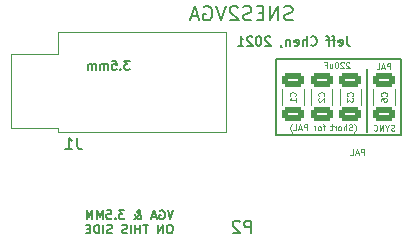
<source format=gbo>
G04 #@! TF.GenerationSoftware,KiCad,Pcbnew,9.0.0*
G04 #@! TF.CreationDate,2025-03-27T12:33:45-07:00*
G04 #@! TF.ProjectId,SNES2VGA,534e4553-3256-4474-912e-6b696361645f,1*
G04 #@! TF.SameCoordinates,Original*
G04 #@! TF.FileFunction,Legend,Bot*
G04 #@! TF.FilePolarity,Positive*
%FSLAX46Y46*%
G04 Gerber Fmt 4.6, Leading zero omitted, Abs format (unit mm)*
G04 Created by KiCad (PCBNEW 9.0.0) date 2025-03-27 12:33:45*
%MOMM*%
%LPD*%
G01*
G04 APERTURE LIST*
G04 Aperture macros list*
%AMRoundRect*
0 Rectangle with rounded corners*
0 $1 Rounding radius*
0 $2 $3 $4 $5 $6 $7 $8 $9 X,Y pos of 4 corners*
0 Add a 4 corners polygon primitive as box body*
4,1,4,$2,$3,$4,$5,$6,$7,$8,$9,$2,$3,0*
0 Add four circle primitives for the rounded corners*
1,1,$1+$1,$2,$3*
1,1,$1+$1,$4,$5*
1,1,$1+$1,$6,$7*
1,1,$1+$1,$8,$9*
0 Add four rect primitives between the rounded corners*
20,1,$1+$1,$2,$3,$4,$5,0*
20,1,$1+$1,$4,$5,$6,$7,0*
20,1,$1+$1,$6,$7,$8,$9,0*
20,1,$1+$1,$8,$9,$2,$3,0*%
G04 Aperture macros list end*
%ADD10C,0.127000*%
%ADD11C,0.200000*%
%ADD12C,0.100000*%
%ADD13C,0.150000*%
%ADD14C,0.120000*%
%ADD15RoundRect,0.475000X-0.475000X-1.125000X0.475000X-1.125000X0.475000X1.125000X-0.475000X1.125000X0*%
%ADD16RoundRect,0.250000X-0.650000X0.325000X-0.650000X-0.325000X0.650000X-0.325000X0.650000X0.325000X0*%
%ADD17R,1.700000X1.700000*%
%ADD18C,1.700000*%
%ADD19C,4.066000*%
%ADD20O,1.800000X2.800000*%
G04 APERTURE END LIST*
D10*
X143690000Y-96730000D02*
X143690000Y-103150000D01*
X154310000Y-96730000D02*
X143690000Y-96730000D01*
X154310000Y-103150000D02*
X154310000Y-96730000D01*
X143690000Y-103150000D02*
X154310000Y-103150000D01*
X151440000Y-97530000D02*
X151440000Y-102870000D01*
D11*
X145105713Y-93397600D02*
X144934285Y-93454742D01*
X144934285Y-93454742D02*
X144648570Y-93454742D01*
X144648570Y-93454742D02*
X144534285Y-93397600D01*
X144534285Y-93397600D02*
X144477142Y-93340457D01*
X144477142Y-93340457D02*
X144419999Y-93226171D01*
X144419999Y-93226171D02*
X144419999Y-93111885D01*
X144419999Y-93111885D02*
X144477142Y-92997600D01*
X144477142Y-92997600D02*
X144534285Y-92940457D01*
X144534285Y-92940457D02*
X144648570Y-92883314D01*
X144648570Y-92883314D02*
X144877142Y-92826171D01*
X144877142Y-92826171D02*
X144991427Y-92769028D01*
X144991427Y-92769028D02*
X145048570Y-92711885D01*
X145048570Y-92711885D02*
X145105713Y-92597600D01*
X145105713Y-92597600D02*
X145105713Y-92483314D01*
X145105713Y-92483314D02*
X145048570Y-92369028D01*
X145048570Y-92369028D02*
X144991427Y-92311885D01*
X144991427Y-92311885D02*
X144877142Y-92254742D01*
X144877142Y-92254742D02*
X144591427Y-92254742D01*
X144591427Y-92254742D02*
X144419999Y-92311885D01*
X143905713Y-93454742D02*
X143905713Y-92254742D01*
X143905713Y-92254742D02*
X143219999Y-93454742D01*
X143219999Y-93454742D02*
X143219999Y-92254742D01*
X142648570Y-92826171D02*
X142248570Y-92826171D01*
X142077142Y-93454742D02*
X142648570Y-93454742D01*
X142648570Y-93454742D02*
X142648570Y-92254742D01*
X142648570Y-92254742D02*
X142077142Y-92254742D01*
X141619999Y-93397600D02*
X141448571Y-93454742D01*
X141448571Y-93454742D02*
X141162856Y-93454742D01*
X141162856Y-93454742D02*
X141048571Y-93397600D01*
X141048571Y-93397600D02*
X140991428Y-93340457D01*
X140991428Y-93340457D02*
X140934285Y-93226171D01*
X140934285Y-93226171D02*
X140934285Y-93111885D01*
X140934285Y-93111885D02*
X140991428Y-92997600D01*
X140991428Y-92997600D02*
X141048571Y-92940457D01*
X141048571Y-92940457D02*
X141162856Y-92883314D01*
X141162856Y-92883314D02*
X141391428Y-92826171D01*
X141391428Y-92826171D02*
X141505713Y-92769028D01*
X141505713Y-92769028D02*
X141562856Y-92711885D01*
X141562856Y-92711885D02*
X141619999Y-92597600D01*
X141619999Y-92597600D02*
X141619999Y-92483314D01*
X141619999Y-92483314D02*
X141562856Y-92369028D01*
X141562856Y-92369028D02*
X141505713Y-92311885D01*
X141505713Y-92311885D02*
X141391428Y-92254742D01*
X141391428Y-92254742D02*
X141105713Y-92254742D01*
X141105713Y-92254742D02*
X140934285Y-92311885D01*
X140477142Y-92369028D02*
X140419999Y-92311885D01*
X140419999Y-92311885D02*
X140305714Y-92254742D01*
X140305714Y-92254742D02*
X140019999Y-92254742D01*
X140019999Y-92254742D02*
X139905714Y-92311885D01*
X139905714Y-92311885D02*
X139848571Y-92369028D01*
X139848571Y-92369028D02*
X139791428Y-92483314D01*
X139791428Y-92483314D02*
X139791428Y-92597600D01*
X139791428Y-92597600D02*
X139848571Y-92769028D01*
X139848571Y-92769028D02*
X140534285Y-93454742D01*
X140534285Y-93454742D02*
X139791428Y-93454742D01*
X139448571Y-92254742D02*
X139048571Y-93454742D01*
X139048571Y-93454742D02*
X138648571Y-92254742D01*
X137620000Y-92311885D02*
X137734286Y-92254742D01*
X137734286Y-92254742D02*
X137905714Y-92254742D01*
X137905714Y-92254742D02*
X138077143Y-92311885D01*
X138077143Y-92311885D02*
X138191428Y-92426171D01*
X138191428Y-92426171D02*
X138248571Y-92540457D01*
X138248571Y-92540457D02*
X138305714Y-92769028D01*
X138305714Y-92769028D02*
X138305714Y-92940457D01*
X138305714Y-92940457D02*
X138248571Y-93169028D01*
X138248571Y-93169028D02*
X138191428Y-93283314D01*
X138191428Y-93283314D02*
X138077143Y-93397600D01*
X138077143Y-93397600D02*
X137905714Y-93454742D01*
X137905714Y-93454742D02*
X137791428Y-93454742D01*
X137791428Y-93454742D02*
X137620000Y-93397600D01*
X137620000Y-93397600D02*
X137562857Y-93340457D01*
X137562857Y-93340457D02*
X137562857Y-92940457D01*
X137562857Y-92940457D02*
X137791428Y-92940457D01*
X137105714Y-93111885D02*
X136534286Y-93111885D01*
X137220000Y-93454742D02*
X136820000Y-92254742D01*
X136820000Y-92254742D02*
X136420000Y-93454742D01*
D12*
X151177618Y-104816109D02*
X151177618Y-104316109D01*
X151177618Y-104316109D02*
X150987142Y-104316109D01*
X150987142Y-104316109D02*
X150939523Y-104339919D01*
X150939523Y-104339919D02*
X150915713Y-104363728D01*
X150915713Y-104363728D02*
X150891904Y-104411347D01*
X150891904Y-104411347D02*
X150891904Y-104482776D01*
X150891904Y-104482776D02*
X150915713Y-104530395D01*
X150915713Y-104530395D02*
X150939523Y-104554204D01*
X150939523Y-104554204D02*
X150987142Y-104578014D01*
X150987142Y-104578014D02*
X151177618Y-104578014D01*
X150701427Y-104673252D02*
X150463332Y-104673252D01*
X150749046Y-104816109D02*
X150582380Y-104316109D01*
X150582380Y-104316109D02*
X150415713Y-104816109D01*
X150010952Y-104816109D02*
X150249047Y-104816109D01*
X150249047Y-104816109D02*
X150249047Y-104316109D01*
X149929522Y-97033728D02*
X149905713Y-97009919D01*
X149905713Y-97009919D02*
X149858094Y-96986109D01*
X149858094Y-96986109D02*
X149739046Y-96986109D01*
X149739046Y-96986109D02*
X149691427Y-97009919D01*
X149691427Y-97009919D02*
X149667618Y-97033728D01*
X149667618Y-97033728D02*
X149643808Y-97081347D01*
X149643808Y-97081347D02*
X149643808Y-97128966D01*
X149643808Y-97128966D02*
X149667618Y-97200395D01*
X149667618Y-97200395D02*
X149953332Y-97486109D01*
X149953332Y-97486109D02*
X149643808Y-97486109D01*
X149453332Y-97033728D02*
X149429523Y-97009919D01*
X149429523Y-97009919D02*
X149381904Y-96986109D01*
X149381904Y-96986109D02*
X149262856Y-96986109D01*
X149262856Y-96986109D02*
X149215237Y-97009919D01*
X149215237Y-97009919D02*
X149191428Y-97033728D01*
X149191428Y-97033728D02*
X149167618Y-97081347D01*
X149167618Y-97081347D02*
X149167618Y-97128966D01*
X149167618Y-97128966D02*
X149191428Y-97200395D01*
X149191428Y-97200395D02*
X149477142Y-97486109D01*
X149477142Y-97486109D02*
X149167618Y-97486109D01*
X148858095Y-96986109D02*
X148810476Y-96986109D01*
X148810476Y-96986109D02*
X148762857Y-97009919D01*
X148762857Y-97009919D02*
X148739047Y-97033728D01*
X148739047Y-97033728D02*
X148715238Y-97081347D01*
X148715238Y-97081347D02*
X148691428Y-97176585D01*
X148691428Y-97176585D02*
X148691428Y-97295633D01*
X148691428Y-97295633D02*
X148715238Y-97390871D01*
X148715238Y-97390871D02*
X148739047Y-97438490D01*
X148739047Y-97438490D02*
X148762857Y-97462300D01*
X148762857Y-97462300D02*
X148810476Y-97486109D01*
X148810476Y-97486109D02*
X148858095Y-97486109D01*
X148858095Y-97486109D02*
X148905714Y-97462300D01*
X148905714Y-97462300D02*
X148929523Y-97438490D01*
X148929523Y-97438490D02*
X148953333Y-97390871D01*
X148953333Y-97390871D02*
X148977142Y-97295633D01*
X148977142Y-97295633D02*
X148977142Y-97176585D01*
X148977142Y-97176585D02*
X148953333Y-97081347D01*
X148953333Y-97081347D02*
X148929523Y-97033728D01*
X148929523Y-97033728D02*
X148905714Y-97009919D01*
X148905714Y-97009919D02*
X148858095Y-96986109D01*
X148262857Y-97152776D02*
X148262857Y-97486109D01*
X148477143Y-97152776D02*
X148477143Y-97414680D01*
X148477143Y-97414680D02*
X148453333Y-97462300D01*
X148453333Y-97462300D02*
X148405714Y-97486109D01*
X148405714Y-97486109D02*
X148334286Y-97486109D01*
X148334286Y-97486109D02*
X148286667Y-97462300D01*
X148286667Y-97462300D02*
X148262857Y-97438490D01*
X147858095Y-97224204D02*
X148024762Y-97224204D01*
X148024762Y-97486109D02*
X148024762Y-96986109D01*
X148024762Y-96986109D02*
X147786667Y-96986109D01*
D10*
X149696191Y-94803491D02*
X149696191Y-95374919D01*
X149696191Y-95374919D02*
X149734286Y-95489205D01*
X149734286Y-95489205D02*
X149810477Y-95565396D01*
X149810477Y-95565396D02*
X149924762Y-95603491D01*
X149924762Y-95603491D02*
X150000953Y-95603491D01*
X149010476Y-95565396D02*
X149086667Y-95603491D01*
X149086667Y-95603491D02*
X149239048Y-95603491D01*
X149239048Y-95603491D02*
X149315238Y-95565396D01*
X149315238Y-95565396D02*
X149353334Y-95489205D01*
X149353334Y-95489205D02*
X149353334Y-95184443D01*
X149353334Y-95184443D02*
X149315238Y-95108253D01*
X149315238Y-95108253D02*
X149239048Y-95070157D01*
X149239048Y-95070157D02*
X149086667Y-95070157D01*
X149086667Y-95070157D02*
X149010476Y-95108253D01*
X149010476Y-95108253D02*
X148972381Y-95184443D01*
X148972381Y-95184443D02*
X148972381Y-95260634D01*
X148972381Y-95260634D02*
X149353334Y-95336824D01*
X148743810Y-95070157D02*
X148439048Y-95070157D01*
X148629524Y-95603491D02*
X148629524Y-94917776D01*
X148629524Y-94917776D02*
X148591429Y-94841586D01*
X148591429Y-94841586D02*
X148515239Y-94803491D01*
X148515239Y-94803491D02*
X148439048Y-94803491D01*
X148286667Y-95070157D02*
X147981905Y-95070157D01*
X148172381Y-95603491D02*
X148172381Y-94917776D01*
X148172381Y-94917776D02*
X148134286Y-94841586D01*
X148134286Y-94841586D02*
X148058096Y-94803491D01*
X148058096Y-94803491D02*
X147981905Y-94803491D01*
X146648571Y-95527300D02*
X146686667Y-95565396D01*
X146686667Y-95565396D02*
X146800952Y-95603491D01*
X146800952Y-95603491D02*
X146877143Y-95603491D01*
X146877143Y-95603491D02*
X146991429Y-95565396D01*
X146991429Y-95565396D02*
X147067619Y-95489205D01*
X147067619Y-95489205D02*
X147105714Y-95413015D01*
X147105714Y-95413015D02*
X147143810Y-95260634D01*
X147143810Y-95260634D02*
X147143810Y-95146348D01*
X147143810Y-95146348D02*
X147105714Y-94993967D01*
X147105714Y-94993967D02*
X147067619Y-94917776D01*
X147067619Y-94917776D02*
X146991429Y-94841586D01*
X146991429Y-94841586D02*
X146877143Y-94803491D01*
X146877143Y-94803491D02*
X146800952Y-94803491D01*
X146800952Y-94803491D02*
X146686667Y-94841586D01*
X146686667Y-94841586D02*
X146648571Y-94879681D01*
X146305714Y-95603491D02*
X146305714Y-94803491D01*
X145962857Y-95603491D02*
X145962857Y-95184443D01*
X145962857Y-95184443D02*
X146000952Y-95108253D01*
X146000952Y-95108253D02*
X146077143Y-95070157D01*
X146077143Y-95070157D02*
X146191429Y-95070157D01*
X146191429Y-95070157D02*
X146267619Y-95108253D01*
X146267619Y-95108253D02*
X146305714Y-95146348D01*
X145277142Y-95565396D02*
X145353333Y-95603491D01*
X145353333Y-95603491D02*
X145505714Y-95603491D01*
X145505714Y-95603491D02*
X145581904Y-95565396D01*
X145581904Y-95565396D02*
X145620000Y-95489205D01*
X145620000Y-95489205D02*
X145620000Y-95184443D01*
X145620000Y-95184443D02*
X145581904Y-95108253D01*
X145581904Y-95108253D02*
X145505714Y-95070157D01*
X145505714Y-95070157D02*
X145353333Y-95070157D01*
X145353333Y-95070157D02*
X145277142Y-95108253D01*
X145277142Y-95108253D02*
X145239047Y-95184443D01*
X145239047Y-95184443D02*
X145239047Y-95260634D01*
X145239047Y-95260634D02*
X145620000Y-95336824D01*
X144896190Y-95070157D02*
X144896190Y-95603491D01*
X144896190Y-95146348D02*
X144858095Y-95108253D01*
X144858095Y-95108253D02*
X144781905Y-95070157D01*
X144781905Y-95070157D02*
X144667619Y-95070157D01*
X144667619Y-95070157D02*
X144591428Y-95108253D01*
X144591428Y-95108253D02*
X144553333Y-95184443D01*
X144553333Y-95184443D02*
X144553333Y-95603491D01*
X144134285Y-95565396D02*
X144134285Y-95603491D01*
X144134285Y-95603491D02*
X144172380Y-95679681D01*
X144172380Y-95679681D02*
X144210476Y-95717776D01*
X143220000Y-94879681D02*
X143181904Y-94841586D01*
X143181904Y-94841586D02*
X143105714Y-94803491D01*
X143105714Y-94803491D02*
X142915238Y-94803491D01*
X142915238Y-94803491D02*
X142839047Y-94841586D01*
X142839047Y-94841586D02*
X142800952Y-94879681D01*
X142800952Y-94879681D02*
X142762857Y-94955872D01*
X142762857Y-94955872D02*
X142762857Y-95032062D01*
X142762857Y-95032062D02*
X142800952Y-95146348D01*
X142800952Y-95146348D02*
X143258095Y-95603491D01*
X143258095Y-95603491D02*
X142762857Y-95603491D01*
X142267618Y-94803491D02*
X142191428Y-94803491D01*
X142191428Y-94803491D02*
X142115237Y-94841586D01*
X142115237Y-94841586D02*
X142077142Y-94879681D01*
X142077142Y-94879681D02*
X142039047Y-94955872D01*
X142039047Y-94955872D02*
X142000952Y-95108253D01*
X142000952Y-95108253D02*
X142000952Y-95298729D01*
X142000952Y-95298729D02*
X142039047Y-95451110D01*
X142039047Y-95451110D02*
X142077142Y-95527300D01*
X142077142Y-95527300D02*
X142115237Y-95565396D01*
X142115237Y-95565396D02*
X142191428Y-95603491D01*
X142191428Y-95603491D02*
X142267618Y-95603491D01*
X142267618Y-95603491D02*
X142343809Y-95565396D01*
X142343809Y-95565396D02*
X142381904Y-95527300D01*
X142381904Y-95527300D02*
X142419999Y-95451110D01*
X142419999Y-95451110D02*
X142458095Y-95298729D01*
X142458095Y-95298729D02*
X142458095Y-95108253D01*
X142458095Y-95108253D02*
X142419999Y-94955872D01*
X142419999Y-94955872D02*
X142381904Y-94879681D01*
X142381904Y-94879681D02*
X142343809Y-94841586D01*
X142343809Y-94841586D02*
X142267618Y-94803491D01*
X141696190Y-94879681D02*
X141658094Y-94841586D01*
X141658094Y-94841586D02*
X141581904Y-94803491D01*
X141581904Y-94803491D02*
X141391428Y-94803491D01*
X141391428Y-94803491D02*
X141315237Y-94841586D01*
X141315237Y-94841586D02*
X141277142Y-94879681D01*
X141277142Y-94879681D02*
X141239047Y-94955872D01*
X141239047Y-94955872D02*
X141239047Y-95032062D01*
X141239047Y-95032062D02*
X141277142Y-95146348D01*
X141277142Y-95146348D02*
X141734285Y-95603491D01*
X141734285Y-95603491D02*
X141239047Y-95603491D01*
X140477142Y-95603491D02*
X140934285Y-95603491D01*
X140705713Y-95603491D02*
X140705713Y-94803491D01*
X140705713Y-94803491D02*
X140781904Y-94917776D01*
X140781904Y-94917776D02*
X140858094Y-94993967D01*
X140858094Y-94993967D02*
X140934285Y-95032062D01*
D13*
X131325714Y-96871164D02*
X130861428Y-96871164D01*
X130861428Y-96871164D02*
X131111428Y-97156878D01*
X131111428Y-97156878D02*
X131004285Y-97156878D01*
X131004285Y-97156878D02*
X130932857Y-97192592D01*
X130932857Y-97192592D02*
X130897142Y-97228307D01*
X130897142Y-97228307D02*
X130861428Y-97299735D01*
X130861428Y-97299735D02*
X130861428Y-97478307D01*
X130861428Y-97478307D02*
X130897142Y-97549735D01*
X130897142Y-97549735D02*
X130932857Y-97585450D01*
X130932857Y-97585450D02*
X131004285Y-97621164D01*
X131004285Y-97621164D02*
X131218571Y-97621164D01*
X131218571Y-97621164D02*
X131289999Y-97585450D01*
X131289999Y-97585450D02*
X131325714Y-97549735D01*
X130539999Y-97549735D02*
X130504285Y-97585450D01*
X130504285Y-97585450D02*
X130539999Y-97621164D01*
X130539999Y-97621164D02*
X130575713Y-97585450D01*
X130575713Y-97585450D02*
X130539999Y-97549735D01*
X130539999Y-97549735D02*
X130539999Y-97621164D01*
X129825713Y-96871164D02*
X130182856Y-96871164D01*
X130182856Y-96871164D02*
X130218570Y-97228307D01*
X130218570Y-97228307D02*
X130182856Y-97192592D01*
X130182856Y-97192592D02*
X130111428Y-97156878D01*
X130111428Y-97156878D02*
X129932856Y-97156878D01*
X129932856Y-97156878D02*
X129861428Y-97192592D01*
X129861428Y-97192592D02*
X129825713Y-97228307D01*
X129825713Y-97228307D02*
X129789999Y-97299735D01*
X129789999Y-97299735D02*
X129789999Y-97478307D01*
X129789999Y-97478307D02*
X129825713Y-97549735D01*
X129825713Y-97549735D02*
X129861428Y-97585450D01*
X129861428Y-97585450D02*
X129932856Y-97621164D01*
X129932856Y-97621164D02*
X130111428Y-97621164D01*
X130111428Y-97621164D02*
X130182856Y-97585450D01*
X130182856Y-97585450D02*
X130218570Y-97549735D01*
X129468570Y-97621164D02*
X129468570Y-97121164D01*
X129468570Y-97192592D02*
X129432856Y-97156878D01*
X129432856Y-97156878D02*
X129361427Y-97121164D01*
X129361427Y-97121164D02*
X129254284Y-97121164D01*
X129254284Y-97121164D02*
X129182856Y-97156878D01*
X129182856Y-97156878D02*
X129147142Y-97228307D01*
X129147142Y-97228307D02*
X129147142Y-97621164D01*
X129147142Y-97228307D02*
X129111427Y-97156878D01*
X129111427Y-97156878D02*
X129039999Y-97121164D01*
X129039999Y-97121164D02*
X128932856Y-97121164D01*
X128932856Y-97121164D02*
X128861427Y-97156878D01*
X128861427Y-97156878D02*
X128825713Y-97228307D01*
X128825713Y-97228307D02*
X128825713Y-97621164D01*
X128468570Y-97621164D02*
X128468570Y-97121164D01*
X128468570Y-97192592D02*
X128432856Y-97156878D01*
X128432856Y-97156878D02*
X128361427Y-97121164D01*
X128361427Y-97121164D02*
X128254284Y-97121164D01*
X128254284Y-97121164D02*
X128182856Y-97156878D01*
X128182856Y-97156878D02*
X128147142Y-97228307D01*
X128147142Y-97228307D02*
X128147142Y-97621164D01*
X128147142Y-97228307D02*
X128111427Y-97156878D01*
X128111427Y-97156878D02*
X128039999Y-97121164D01*
X128039999Y-97121164D02*
X127932856Y-97121164D01*
X127932856Y-97121164D02*
X127861427Y-97156878D01*
X127861427Y-97156878D02*
X127825713Y-97228307D01*
X127825713Y-97228307D02*
X127825713Y-97621164D01*
D12*
X150320951Y-102946585D02*
X150344760Y-102922776D01*
X150344760Y-102922776D02*
X150392379Y-102851347D01*
X150392379Y-102851347D02*
X150416189Y-102803728D01*
X150416189Y-102803728D02*
X150439998Y-102732300D01*
X150439998Y-102732300D02*
X150463808Y-102613252D01*
X150463808Y-102613252D02*
X150463808Y-102518014D01*
X150463808Y-102518014D02*
X150439998Y-102398966D01*
X150439998Y-102398966D02*
X150416189Y-102327538D01*
X150416189Y-102327538D02*
X150392379Y-102279919D01*
X150392379Y-102279919D02*
X150344760Y-102208490D01*
X150344760Y-102208490D02*
X150320951Y-102184680D01*
X150154284Y-102732300D02*
X150082856Y-102756109D01*
X150082856Y-102756109D02*
X149963808Y-102756109D01*
X149963808Y-102756109D02*
X149916189Y-102732300D01*
X149916189Y-102732300D02*
X149892380Y-102708490D01*
X149892380Y-102708490D02*
X149868570Y-102660871D01*
X149868570Y-102660871D02*
X149868570Y-102613252D01*
X149868570Y-102613252D02*
X149892380Y-102565633D01*
X149892380Y-102565633D02*
X149916189Y-102541823D01*
X149916189Y-102541823D02*
X149963808Y-102518014D01*
X149963808Y-102518014D02*
X150059046Y-102494204D01*
X150059046Y-102494204D02*
X150106665Y-102470395D01*
X150106665Y-102470395D02*
X150130475Y-102446585D01*
X150130475Y-102446585D02*
X150154284Y-102398966D01*
X150154284Y-102398966D02*
X150154284Y-102351347D01*
X150154284Y-102351347D02*
X150130475Y-102303728D01*
X150130475Y-102303728D02*
X150106665Y-102279919D01*
X150106665Y-102279919D02*
X150059046Y-102256109D01*
X150059046Y-102256109D02*
X149939999Y-102256109D01*
X149939999Y-102256109D02*
X149868570Y-102279919D01*
X149654285Y-102756109D02*
X149654285Y-102256109D01*
X149439999Y-102756109D02*
X149439999Y-102494204D01*
X149439999Y-102494204D02*
X149463809Y-102446585D01*
X149463809Y-102446585D02*
X149511428Y-102422776D01*
X149511428Y-102422776D02*
X149582856Y-102422776D01*
X149582856Y-102422776D02*
X149630475Y-102446585D01*
X149630475Y-102446585D02*
X149654285Y-102470395D01*
X149130475Y-102756109D02*
X149178094Y-102732300D01*
X149178094Y-102732300D02*
X149201904Y-102708490D01*
X149201904Y-102708490D02*
X149225713Y-102660871D01*
X149225713Y-102660871D02*
X149225713Y-102518014D01*
X149225713Y-102518014D02*
X149201904Y-102470395D01*
X149201904Y-102470395D02*
X149178094Y-102446585D01*
X149178094Y-102446585D02*
X149130475Y-102422776D01*
X149130475Y-102422776D02*
X149059047Y-102422776D01*
X149059047Y-102422776D02*
X149011428Y-102446585D01*
X149011428Y-102446585D02*
X148987618Y-102470395D01*
X148987618Y-102470395D02*
X148963809Y-102518014D01*
X148963809Y-102518014D02*
X148963809Y-102660871D01*
X148963809Y-102660871D02*
X148987618Y-102708490D01*
X148987618Y-102708490D02*
X149011428Y-102732300D01*
X149011428Y-102732300D02*
X149059047Y-102756109D01*
X149059047Y-102756109D02*
X149130475Y-102756109D01*
X148749523Y-102756109D02*
X148749523Y-102422776D01*
X148749523Y-102518014D02*
X148725713Y-102470395D01*
X148725713Y-102470395D02*
X148701904Y-102446585D01*
X148701904Y-102446585D02*
X148654285Y-102422776D01*
X148654285Y-102422776D02*
X148606666Y-102422776D01*
X148511427Y-102422776D02*
X148320951Y-102422776D01*
X148439999Y-102256109D02*
X148439999Y-102684680D01*
X148439999Y-102684680D02*
X148416189Y-102732300D01*
X148416189Y-102732300D02*
X148368570Y-102756109D01*
X148368570Y-102756109D02*
X148320951Y-102756109D01*
X147844761Y-102422776D02*
X147654285Y-102422776D01*
X147773333Y-102756109D02*
X147773333Y-102327538D01*
X147773333Y-102327538D02*
X147749523Y-102279919D01*
X147749523Y-102279919D02*
X147701904Y-102256109D01*
X147701904Y-102256109D02*
X147654285Y-102256109D01*
X147416190Y-102756109D02*
X147463809Y-102732300D01*
X147463809Y-102732300D02*
X147487619Y-102708490D01*
X147487619Y-102708490D02*
X147511428Y-102660871D01*
X147511428Y-102660871D02*
X147511428Y-102518014D01*
X147511428Y-102518014D02*
X147487619Y-102470395D01*
X147487619Y-102470395D02*
X147463809Y-102446585D01*
X147463809Y-102446585D02*
X147416190Y-102422776D01*
X147416190Y-102422776D02*
X147344762Y-102422776D01*
X147344762Y-102422776D02*
X147297143Y-102446585D01*
X147297143Y-102446585D02*
X147273333Y-102470395D01*
X147273333Y-102470395D02*
X147249524Y-102518014D01*
X147249524Y-102518014D02*
X147249524Y-102660871D01*
X147249524Y-102660871D02*
X147273333Y-102708490D01*
X147273333Y-102708490D02*
X147297143Y-102732300D01*
X147297143Y-102732300D02*
X147344762Y-102756109D01*
X147344762Y-102756109D02*
X147416190Y-102756109D01*
X147035238Y-102756109D02*
X147035238Y-102422776D01*
X147035238Y-102518014D02*
X147011428Y-102470395D01*
X147011428Y-102470395D02*
X146987619Y-102446585D01*
X146987619Y-102446585D02*
X146940000Y-102422776D01*
X146940000Y-102422776D02*
X146892381Y-102422776D01*
X146344762Y-102756109D02*
X146344762Y-102256109D01*
X146344762Y-102256109D02*
X146154286Y-102256109D01*
X146154286Y-102256109D02*
X146106667Y-102279919D01*
X146106667Y-102279919D02*
X146082857Y-102303728D01*
X146082857Y-102303728D02*
X146059048Y-102351347D01*
X146059048Y-102351347D02*
X146059048Y-102422776D01*
X146059048Y-102422776D02*
X146082857Y-102470395D01*
X146082857Y-102470395D02*
X146106667Y-102494204D01*
X146106667Y-102494204D02*
X146154286Y-102518014D01*
X146154286Y-102518014D02*
X146344762Y-102518014D01*
X145868571Y-102613252D02*
X145630476Y-102613252D01*
X145916190Y-102756109D02*
X145749524Y-102256109D01*
X145749524Y-102256109D02*
X145582857Y-102756109D01*
X145178096Y-102756109D02*
X145416191Y-102756109D01*
X145416191Y-102756109D02*
X145416191Y-102256109D01*
X145059048Y-102946585D02*
X145035238Y-102922776D01*
X145035238Y-102922776D02*
X144987619Y-102851347D01*
X144987619Y-102851347D02*
X144963810Y-102803728D01*
X144963810Y-102803728D02*
X144940000Y-102732300D01*
X144940000Y-102732300D02*
X144916191Y-102613252D01*
X144916191Y-102613252D02*
X144916191Y-102518014D01*
X144916191Y-102518014D02*
X144940000Y-102398966D01*
X144940000Y-102398966D02*
X144963810Y-102327538D01*
X144963810Y-102327538D02*
X144987619Y-102279919D01*
X144987619Y-102279919D02*
X145035238Y-102208490D01*
X145035238Y-102208490D02*
X145059048Y-102184680D01*
D13*
X135022143Y-109525435D02*
X134772143Y-110275435D01*
X134772143Y-110275435D02*
X134522143Y-109525435D01*
X133879286Y-109561149D02*
X133950715Y-109525435D01*
X133950715Y-109525435D02*
X134057857Y-109525435D01*
X134057857Y-109525435D02*
X134165000Y-109561149D01*
X134165000Y-109561149D02*
X134236429Y-109632578D01*
X134236429Y-109632578D02*
X134272143Y-109704006D01*
X134272143Y-109704006D02*
X134307857Y-109846863D01*
X134307857Y-109846863D02*
X134307857Y-109954006D01*
X134307857Y-109954006D02*
X134272143Y-110096863D01*
X134272143Y-110096863D02*
X134236429Y-110168292D01*
X134236429Y-110168292D02*
X134165000Y-110239721D01*
X134165000Y-110239721D02*
X134057857Y-110275435D01*
X134057857Y-110275435D02*
X133986429Y-110275435D01*
X133986429Y-110275435D02*
X133879286Y-110239721D01*
X133879286Y-110239721D02*
X133843572Y-110204006D01*
X133843572Y-110204006D02*
X133843572Y-109954006D01*
X133843572Y-109954006D02*
X133986429Y-109954006D01*
X133557857Y-110061149D02*
X133200715Y-110061149D01*
X133629286Y-110275435D02*
X133379286Y-109525435D01*
X133379286Y-109525435D02*
X133129286Y-110275435D01*
X131700714Y-110275435D02*
X131736429Y-110275435D01*
X131736429Y-110275435D02*
X131807857Y-110239721D01*
X131807857Y-110239721D02*
X131915000Y-110132578D01*
X131915000Y-110132578D02*
X132093571Y-109918292D01*
X132093571Y-109918292D02*
X132165000Y-109811149D01*
X132165000Y-109811149D02*
X132200714Y-109704006D01*
X132200714Y-109704006D02*
X132200714Y-109632578D01*
X132200714Y-109632578D02*
X132165000Y-109561149D01*
X132165000Y-109561149D02*
X132093571Y-109525435D01*
X132093571Y-109525435D02*
X132057857Y-109525435D01*
X132057857Y-109525435D02*
X131986429Y-109561149D01*
X131986429Y-109561149D02*
X131950714Y-109632578D01*
X131950714Y-109632578D02*
X131950714Y-109668292D01*
X131950714Y-109668292D02*
X131986429Y-109739721D01*
X131986429Y-109739721D02*
X132022143Y-109775435D01*
X132022143Y-109775435D02*
X132236429Y-109918292D01*
X132236429Y-109918292D02*
X132272143Y-109954006D01*
X132272143Y-109954006D02*
X132307857Y-110025435D01*
X132307857Y-110025435D02*
X132307857Y-110132578D01*
X132307857Y-110132578D02*
X132272143Y-110204006D01*
X132272143Y-110204006D02*
X132236429Y-110239721D01*
X132236429Y-110239721D02*
X132165000Y-110275435D01*
X132165000Y-110275435D02*
X132057857Y-110275435D01*
X132057857Y-110275435D02*
X131986429Y-110239721D01*
X131986429Y-110239721D02*
X131950714Y-110204006D01*
X131950714Y-110204006D02*
X131843571Y-110061149D01*
X131843571Y-110061149D02*
X131807857Y-109954006D01*
X131807857Y-109954006D02*
X131807857Y-109882578D01*
X130879286Y-109525435D02*
X130415000Y-109525435D01*
X130415000Y-109525435D02*
X130665000Y-109811149D01*
X130665000Y-109811149D02*
X130557857Y-109811149D01*
X130557857Y-109811149D02*
X130486429Y-109846863D01*
X130486429Y-109846863D02*
X130450714Y-109882578D01*
X130450714Y-109882578D02*
X130415000Y-109954006D01*
X130415000Y-109954006D02*
X130415000Y-110132578D01*
X130415000Y-110132578D02*
X130450714Y-110204006D01*
X130450714Y-110204006D02*
X130486429Y-110239721D01*
X130486429Y-110239721D02*
X130557857Y-110275435D01*
X130557857Y-110275435D02*
X130772143Y-110275435D01*
X130772143Y-110275435D02*
X130843571Y-110239721D01*
X130843571Y-110239721D02*
X130879286Y-110204006D01*
X130093571Y-110204006D02*
X130057857Y-110239721D01*
X130057857Y-110239721D02*
X130093571Y-110275435D01*
X130093571Y-110275435D02*
X130129285Y-110239721D01*
X130129285Y-110239721D02*
X130093571Y-110204006D01*
X130093571Y-110204006D02*
X130093571Y-110275435D01*
X129379285Y-109525435D02*
X129736428Y-109525435D01*
X129736428Y-109525435D02*
X129772142Y-109882578D01*
X129772142Y-109882578D02*
X129736428Y-109846863D01*
X129736428Y-109846863D02*
X129665000Y-109811149D01*
X129665000Y-109811149D02*
X129486428Y-109811149D01*
X129486428Y-109811149D02*
X129415000Y-109846863D01*
X129415000Y-109846863D02*
X129379285Y-109882578D01*
X129379285Y-109882578D02*
X129343571Y-109954006D01*
X129343571Y-109954006D02*
X129343571Y-110132578D01*
X129343571Y-110132578D02*
X129379285Y-110204006D01*
X129379285Y-110204006D02*
X129415000Y-110239721D01*
X129415000Y-110239721D02*
X129486428Y-110275435D01*
X129486428Y-110275435D02*
X129665000Y-110275435D01*
X129665000Y-110275435D02*
X129736428Y-110239721D01*
X129736428Y-110239721D02*
X129772142Y-110204006D01*
X129022142Y-110275435D02*
X129022142Y-109525435D01*
X129022142Y-109525435D02*
X128772142Y-110061149D01*
X128772142Y-110061149D02*
X128522142Y-109525435D01*
X128522142Y-109525435D02*
X128522142Y-110275435D01*
X128164999Y-110275435D02*
X128164999Y-109525435D01*
X128164999Y-109525435D02*
X127914999Y-110061149D01*
X127914999Y-110061149D02*
X127664999Y-109525435D01*
X127664999Y-109525435D02*
X127664999Y-110275435D01*
X134790000Y-110732893D02*
X134647143Y-110732893D01*
X134647143Y-110732893D02*
X134575714Y-110768607D01*
X134575714Y-110768607D02*
X134504286Y-110840036D01*
X134504286Y-110840036D02*
X134468571Y-110982893D01*
X134468571Y-110982893D02*
X134468571Y-111232893D01*
X134468571Y-111232893D02*
X134504286Y-111375750D01*
X134504286Y-111375750D02*
X134575714Y-111447179D01*
X134575714Y-111447179D02*
X134647143Y-111482893D01*
X134647143Y-111482893D02*
X134790000Y-111482893D01*
X134790000Y-111482893D02*
X134861429Y-111447179D01*
X134861429Y-111447179D02*
X134932857Y-111375750D01*
X134932857Y-111375750D02*
X134968571Y-111232893D01*
X134968571Y-111232893D02*
X134968571Y-110982893D01*
X134968571Y-110982893D02*
X134932857Y-110840036D01*
X134932857Y-110840036D02*
X134861429Y-110768607D01*
X134861429Y-110768607D02*
X134790000Y-110732893D01*
X134147143Y-111482893D02*
X134147143Y-110732893D01*
X134147143Y-110732893D02*
X133718572Y-111482893D01*
X133718572Y-111482893D02*
X133718572Y-110732893D01*
X132897143Y-110732893D02*
X132468572Y-110732893D01*
X132682857Y-111482893D02*
X132682857Y-110732893D01*
X132218571Y-111482893D02*
X132218571Y-110732893D01*
X132218571Y-111090036D02*
X131790000Y-111090036D01*
X131790000Y-111482893D02*
X131790000Y-110732893D01*
X131432857Y-111482893D02*
X131432857Y-110732893D01*
X131111428Y-111447179D02*
X131004286Y-111482893D01*
X131004286Y-111482893D02*
X130825714Y-111482893D01*
X130825714Y-111482893D02*
X130754286Y-111447179D01*
X130754286Y-111447179D02*
X130718571Y-111411464D01*
X130718571Y-111411464D02*
X130682857Y-111340036D01*
X130682857Y-111340036D02*
X130682857Y-111268607D01*
X130682857Y-111268607D02*
X130718571Y-111197179D01*
X130718571Y-111197179D02*
X130754286Y-111161464D01*
X130754286Y-111161464D02*
X130825714Y-111125750D01*
X130825714Y-111125750D02*
X130968571Y-111090036D01*
X130968571Y-111090036D02*
X131040000Y-111054321D01*
X131040000Y-111054321D02*
X131075714Y-111018607D01*
X131075714Y-111018607D02*
X131111428Y-110947179D01*
X131111428Y-110947179D02*
X131111428Y-110875750D01*
X131111428Y-110875750D02*
X131075714Y-110804321D01*
X131075714Y-110804321D02*
X131040000Y-110768607D01*
X131040000Y-110768607D02*
X130968571Y-110732893D01*
X130968571Y-110732893D02*
X130790000Y-110732893D01*
X130790000Y-110732893D02*
X130682857Y-110768607D01*
X129825713Y-111447179D02*
X129718571Y-111482893D01*
X129718571Y-111482893D02*
X129539999Y-111482893D01*
X129539999Y-111482893D02*
X129468571Y-111447179D01*
X129468571Y-111447179D02*
X129432856Y-111411464D01*
X129432856Y-111411464D02*
X129397142Y-111340036D01*
X129397142Y-111340036D02*
X129397142Y-111268607D01*
X129397142Y-111268607D02*
X129432856Y-111197179D01*
X129432856Y-111197179D02*
X129468571Y-111161464D01*
X129468571Y-111161464D02*
X129539999Y-111125750D01*
X129539999Y-111125750D02*
X129682856Y-111090036D01*
X129682856Y-111090036D02*
X129754285Y-111054321D01*
X129754285Y-111054321D02*
X129789999Y-111018607D01*
X129789999Y-111018607D02*
X129825713Y-110947179D01*
X129825713Y-110947179D02*
X129825713Y-110875750D01*
X129825713Y-110875750D02*
X129789999Y-110804321D01*
X129789999Y-110804321D02*
X129754285Y-110768607D01*
X129754285Y-110768607D02*
X129682856Y-110732893D01*
X129682856Y-110732893D02*
X129504285Y-110732893D01*
X129504285Y-110732893D02*
X129397142Y-110768607D01*
X129075713Y-111482893D02*
X129075713Y-110732893D01*
X128718570Y-111482893D02*
X128718570Y-110732893D01*
X128718570Y-110732893D02*
X128539999Y-110732893D01*
X128539999Y-110732893D02*
X128432856Y-110768607D01*
X128432856Y-110768607D02*
X128361427Y-110840036D01*
X128361427Y-110840036D02*
X128325713Y-110911464D01*
X128325713Y-110911464D02*
X128289999Y-111054321D01*
X128289999Y-111054321D02*
X128289999Y-111161464D01*
X128289999Y-111161464D02*
X128325713Y-111304321D01*
X128325713Y-111304321D02*
X128361427Y-111375750D01*
X128361427Y-111375750D02*
X128432856Y-111447179D01*
X128432856Y-111447179D02*
X128539999Y-111482893D01*
X128539999Y-111482893D02*
X128718570Y-111482893D01*
X127968570Y-111090036D02*
X127718570Y-111090036D01*
X127611427Y-111482893D02*
X127968570Y-111482893D01*
X127968570Y-111482893D02*
X127968570Y-110732893D01*
X127968570Y-110732893D02*
X127611427Y-110732893D01*
D12*
X153397618Y-97586109D02*
X153397618Y-97086109D01*
X153397618Y-97086109D02*
X153207142Y-97086109D01*
X153207142Y-97086109D02*
X153159523Y-97109919D01*
X153159523Y-97109919D02*
X153135713Y-97133728D01*
X153135713Y-97133728D02*
X153111904Y-97181347D01*
X153111904Y-97181347D02*
X153111904Y-97252776D01*
X153111904Y-97252776D02*
X153135713Y-97300395D01*
X153135713Y-97300395D02*
X153159523Y-97324204D01*
X153159523Y-97324204D02*
X153207142Y-97348014D01*
X153207142Y-97348014D02*
X153397618Y-97348014D01*
X152921427Y-97443252D02*
X152683332Y-97443252D01*
X152969046Y-97586109D02*
X152802380Y-97086109D01*
X152802380Y-97086109D02*
X152635713Y-97586109D01*
X152230952Y-97586109D02*
X152469047Y-97586109D01*
X152469047Y-97586109D02*
X152469047Y-97086109D01*
X153729046Y-102772300D02*
X153657618Y-102796109D01*
X153657618Y-102796109D02*
X153538570Y-102796109D01*
X153538570Y-102796109D02*
X153490951Y-102772300D01*
X153490951Y-102772300D02*
X153467142Y-102748490D01*
X153467142Y-102748490D02*
X153443332Y-102700871D01*
X153443332Y-102700871D02*
X153443332Y-102653252D01*
X153443332Y-102653252D02*
X153467142Y-102605633D01*
X153467142Y-102605633D02*
X153490951Y-102581823D01*
X153490951Y-102581823D02*
X153538570Y-102558014D01*
X153538570Y-102558014D02*
X153633808Y-102534204D01*
X153633808Y-102534204D02*
X153681427Y-102510395D01*
X153681427Y-102510395D02*
X153705237Y-102486585D01*
X153705237Y-102486585D02*
X153729046Y-102438966D01*
X153729046Y-102438966D02*
X153729046Y-102391347D01*
X153729046Y-102391347D02*
X153705237Y-102343728D01*
X153705237Y-102343728D02*
X153681427Y-102319919D01*
X153681427Y-102319919D02*
X153633808Y-102296109D01*
X153633808Y-102296109D02*
X153514761Y-102296109D01*
X153514761Y-102296109D02*
X153443332Y-102319919D01*
X153133809Y-102558014D02*
X153133809Y-102796109D01*
X153300475Y-102296109D02*
X153133809Y-102558014D01*
X153133809Y-102558014D02*
X152967142Y-102296109D01*
X152800476Y-102796109D02*
X152800476Y-102296109D01*
X152800476Y-102296109D02*
X152514762Y-102796109D01*
X152514762Y-102796109D02*
X152514762Y-102296109D01*
X151990952Y-102748490D02*
X152014761Y-102772300D01*
X152014761Y-102772300D02*
X152086190Y-102796109D01*
X152086190Y-102796109D02*
X152133809Y-102796109D01*
X152133809Y-102796109D02*
X152205237Y-102772300D01*
X152205237Y-102772300D02*
X152252856Y-102724680D01*
X152252856Y-102724680D02*
X152276666Y-102677061D01*
X152276666Y-102677061D02*
X152300475Y-102581823D01*
X152300475Y-102581823D02*
X152300475Y-102510395D01*
X152300475Y-102510395D02*
X152276666Y-102415157D01*
X152276666Y-102415157D02*
X152252856Y-102367538D01*
X152252856Y-102367538D02*
X152205237Y-102319919D01*
X152205237Y-102319919D02*
X152133809Y-102296109D01*
X152133809Y-102296109D02*
X152086190Y-102296109D01*
X152086190Y-102296109D02*
X152014761Y-102319919D01*
X152014761Y-102319919D02*
X151990952Y-102343728D01*
X145314090Y-99846666D02*
X145337900Y-99822857D01*
X145337900Y-99822857D02*
X145361709Y-99751428D01*
X145361709Y-99751428D02*
X145361709Y-99703809D01*
X145361709Y-99703809D02*
X145337900Y-99632381D01*
X145337900Y-99632381D02*
X145290280Y-99584762D01*
X145290280Y-99584762D02*
X145242661Y-99560952D01*
X145242661Y-99560952D02*
X145147423Y-99537143D01*
X145147423Y-99537143D02*
X145075995Y-99537143D01*
X145075995Y-99537143D02*
X144980757Y-99560952D01*
X144980757Y-99560952D02*
X144933138Y-99584762D01*
X144933138Y-99584762D02*
X144885519Y-99632381D01*
X144885519Y-99632381D02*
X144861709Y-99703809D01*
X144861709Y-99703809D02*
X144861709Y-99751428D01*
X144861709Y-99751428D02*
X144885519Y-99822857D01*
X144885519Y-99822857D02*
X144909328Y-99846666D01*
X145361709Y-100322857D02*
X145361709Y-100037143D01*
X145361709Y-100180000D02*
X144861709Y-100180000D01*
X144861709Y-100180000D02*
X144933138Y-100132381D01*
X144933138Y-100132381D02*
X144980757Y-100084762D01*
X144980757Y-100084762D02*
X145004566Y-100037143D01*
X147744090Y-99846666D02*
X147767900Y-99822857D01*
X147767900Y-99822857D02*
X147791709Y-99751428D01*
X147791709Y-99751428D02*
X147791709Y-99703809D01*
X147791709Y-99703809D02*
X147767900Y-99632381D01*
X147767900Y-99632381D02*
X147720280Y-99584762D01*
X147720280Y-99584762D02*
X147672661Y-99560952D01*
X147672661Y-99560952D02*
X147577423Y-99537143D01*
X147577423Y-99537143D02*
X147505995Y-99537143D01*
X147505995Y-99537143D02*
X147410757Y-99560952D01*
X147410757Y-99560952D02*
X147363138Y-99584762D01*
X147363138Y-99584762D02*
X147315519Y-99632381D01*
X147315519Y-99632381D02*
X147291709Y-99703809D01*
X147291709Y-99703809D02*
X147291709Y-99751428D01*
X147291709Y-99751428D02*
X147315519Y-99822857D01*
X147315519Y-99822857D02*
X147339328Y-99846666D01*
X147339328Y-100037143D02*
X147315519Y-100060952D01*
X147315519Y-100060952D02*
X147291709Y-100108571D01*
X147291709Y-100108571D02*
X147291709Y-100227619D01*
X147291709Y-100227619D02*
X147315519Y-100275238D01*
X147315519Y-100275238D02*
X147339328Y-100299047D01*
X147339328Y-100299047D02*
X147386947Y-100322857D01*
X147386947Y-100322857D02*
X147434566Y-100322857D01*
X147434566Y-100322857D02*
X147505995Y-100299047D01*
X147505995Y-100299047D02*
X147791709Y-100013333D01*
X147791709Y-100013333D02*
X147791709Y-100322857D01*
X150184090Y-99846666D02*
X150207900Y-99822857D01*
X150207900Y-99822857D02*
X150231709Y-99751428D01*
X150231709Y-99751428D02*
X150231709Y-99703809D01*
X150231709Y-99703809D02*
X150207900Y-99632381D01*
X150207900Y-99632381D02*
X150160280Y-99584762D01*
X150160280Y-99584762D02*
X150112661Y-99560952D01*
X150112661Y-99560952D02*
X150017423Y-99537143D01*
X150017423Y-99537143D02*
X149945995Y-99537143D01*
X149945995Y-99537143D02*
X149850757Y-99560952D01*
X149850757Y-99560952D02*
X149803138Y-99584762D01*
X149803138Y-99584762D02*
X149755519Y-99632381D01*
X149755519Y-99632381D02*
X149731709Y-99703809D01*
X149731709Y-99703809D02*
X149731709Y-99751428D01*
X149731709Y-99751428D02*
X149755519Y-99822857D01*
X149755519Y-99822857D02*
X149779328Y-99846666D01*
X149731709Y-100013333D02*
X149731709Y-100322857D01*
X149731709Y-100322857D02*
X149922185Y-100156190D01*
X149922185Y-100156190D02*
X149922185Y-100227619D01*
X149922185Y-100227619D02*
X149945995Y-100275238D01*
X149945995Y-100275238D02*
X149969804Y-100299047D01*
X149969804Y-100299047D02*
X150017423Y-100322857D01*
X150017423Y-100322857D02*
X150136471Y-100322857D01*
X150136471Y-100322857D02*
X150184090Y-100299047D01*
X150184090Y-100299047D02*
X150207900Y-100275238D01*
X150207900Y-100275238D02*
X150231709Y-100227619D01*
X150231709Y-100227619D02*
X150231709Y-100084762D01*
X150231709Y-100084762D02*
X150207900Y-100037143D01*
X150207900Y-100037143D02*
X150184090Y-100013333D01*
D13*
X141581094Y-111427419D02*
X141581094Y-110427419D01*
X141581094Y-110427419D02*
X141200142Y-110427419D01*
X141200142Y-110427419D02*
X141104904Y-110475038D01*
X141104904Y-110475038D02*
X141057285Y-110522657D01*
X141057285Y-110522657D02*
X141009666Y-110617895D01*
X141009666Y-110617895D02*
X141009666Y-110760752D01*
X141009666Y-110760752D02*
X141057285Y-110855990D01*
X141057285Y-110855990D02*
X141104904Y-110903609D01*
X141104904Y-110903609D02*
X141200142Y-110951228D01*
X141200142Y-110951228D02*
X141581094Y-110951228D01*
X140628713Y-110522657D02*
X140581094Y-110475038D01*
X140581094Y-110475038D02*
X140485856Y-110427419D01*
X140485856Y-110427419D02*
X140247761Y-110427419D01*
X140247761Y-110427419D02*
X140152523Y-110475038D01*
X140152523Y-110475038D02*
X140104904Y-110522657D01*
X140104904Y-110522657D02*
X140057285Y-110617895D01*
X140057285Y-110617895D02*
X140057285Y-110713133D01*
X140057285Y-110713133D02*
X140104904Y-110855990D01*
X140104904Y-110855990D02*
X140676332Y-111427419D01*
X140676332Y-111427419D02*
X140057285Y-111427419D01*
X126876133Y-103366219D02*
X126876133Y-104080504D01*
X126876133Y-104080504D02*
X126923752Y-104223361D01*
X126923752Y-104223361D02*
X127018990Y-104318600D01*
X127018990Y-104318600D02*
X127161847Y-104366219D01*
X127161847Y-104366219D02*
X127257085Y-104366219D01*
X125876133Y-104366219D02*
X126447561Y-104366219D01*
X126161847Y-104366219D02*
X126161847Y-103366219D01*
X126161847Y-103366219D02*
X126257085Y-103509076D01*
X126257085Y-103509076D02*
X126352323Y-103604314D01*
X126352323Y-103604314D02*
X126447561Y-103651933D01*
D12*
X153054090Y-99846666D02*
X153077900Y-99822857D01*
X153077900Y-99822857D02*
X153101709Y-99751428D01*
X153101709Y-99751428D02*
X153101709Y-99703809D01*
X153101709Y-99703809D02*
X153077900Y-99632381D01*
X153077900Y-99632381D02*
X153030280Y-99584762D01*
X153030280Y-99584762D02*
X152982661Y-99560952D01*
X152982661Y-99560952D02*
X152887423Y-99537143D01*
X152887423Y-99537143D02*
X152815995Y-99537143D01*
X152815995Y-99537143D02*
X152720757Y-99560952D01*
X152720757Y-99560952D02*
X152673138Y-99584762D01*
X152673138Y-99584762D02*
X152625519Y-99632381D01*
X152625519Y-99632381D02*
X152601709Y-99703809D01*
X152601709Y-99703809D02*
X152601709Y-99751428D01*
X152601709Y-99751428D02*
X152625519Y-99822857D01*
X152625519Y-99822857D02*
X152649328Y-99846666D01*
X152601709Y-100275238D02*
X152601709Y-100180000D01*
X152601709Y-100180000D02*
X152625519Y-100132381D01*
X152625519Y-100132381D02*
X152649328Y-100108571D01*
X152649328Y-100108571D02*
X152720757Y-100060952D01*
X152720757Y-100060952D02*
X152815995Y-100037143D01*
X152815995Y-100037143D02*
X153006471Y-100037143D01*
X153006471Y-100037143D02*
X153054090Y-100060952D01*
X153054090Y-100060952D02*
X153077900Y-100084762D01*
X153077900Y-100084762D02*
X153101709Y-100132381D01*
X153101709Y-100132381D02*
X153101709Y-100227619D01*
X153101709Y-100227619D02*
X153077900Y-100275238D01*
X153077900Y-100275238D02*
X153054090Y-100299047D01*
X153054090Y-100299047D02*
X153006471Y-100322857D01*
X153006471Y-100322857D02*
X152887423Y-100322857D01*
X152887423Y-100322857D02*
X152839804Y-100299047D01*
X152839804Y-100299047D02*
X152815995Y-100275238D01*
X152815995Y-100275238D02*
X152792185Y-100227619D01*
X152792185Y-100227619D02*
X152792185Y-100132381D01*
X152792185Y-100132381D02*
X152815995Y-100084762D01*
X152815995Y-100084762D02*
X152839804Y-100060952D01*
X152839804Y-100060952D02*
X152887423Y-100037143D01*
D14*
X144220000Y-99218748D02*
X144220000Y-100641252D01*
X146040000Y-99218748D02*
X146040000Y-100641252D01*
X146650000Y-99218748D02*
X146650000Y-100641252D01*
X148470000Y-99218748D02*
X148470000Y-100641252D01*
X149090000Y-99218748D02*
X149090000Y-100641252D01*
X150910000Y-99218748D02*
X150910000Y-100641252D01*
X121230000Y-96330000D02*
X121230000Y-102570000D01*
X121230000Y-102570000D02*
X125230000Y-102570000D01*
X125230000Y-94430000D02*
X125230000Y-96330000D01*
X125230000Y-96330000D02*
X121230000Y-96330000D01*
X125230000Y-102570000D02*
X125230000Y-102870000D01*
X125230000Y-102870000D02*
X139470000Y-102870000D01*
X139470000Y-94430000D02*
X125230000Y-94430000D01*
X139470000Y-102870000D02*
X139470000Y-94430000D01*
X151960000Y-99218748D02*
X151960000Y-100641252D01*
X153780000Y-99218748D02*
X153780000Y-100641252D01*
%LPC*%
D15*
X146980000Y-90140000D03*
X144560000Y-90140000D03*
X142140000Y-90140000D03*
X139720000Y-90140000D03*
X137300000Y-90140000D03*
X134880000Y-90140000D03*
D16*
X145130000Y-98455000D03*
X145130000Y-101405000D03*
X147560000Y-98455000D03*
X147560000Y-101405000D03*
X150000000Y-98455000D03*
X150000000Y-101405000D03*
D17*
X136345000Y-105020000D03*
D18*
X138635000Y-105020000D03*
X140925000Y-105020000D03*
X143215000Y-105020000D03*
X145505000Y-105020000D03*
X135200000Y-107000000D03*
X137490000Y-107000000D03*
X139780000Y-107000000D03*
X142070000Y-107000000D03*
X144360000Y-107000000D03*
X136345000Y-108980000D03*
X138635000Y-108980000D03*
X140925000Y-108980000D03*
X143215000Y-108980000D03*
X145505000Y-108980000D03*
D19*
X153420000Y-107000000D03*
X128430000Y-107000000D03*
D20*
X134450000Y-100550000D03*
X132650000Y-98550000D03*
X126550000Y-98550000D03*
X128950000Y-100550000D03*
X138150000Y-98550000D03*
D16*
X152870000Y-98455000D03*
X152870000Y-101405000D03*
%LPD*%
M02*

</source>
